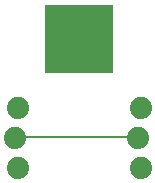
<source format=gbr>
G04 EAGLE Gerber RS-274X export*
G75*
%MOMM*%
%FSLAX34Y34*%
%LPD*%
%INBottom Copper*%
%IPPOS*%
%AMOC8*
5,1,8,0,0,1.08239X$1,22.5*%
G01*
%ADD10C,1.879600*%
%ADD11R,5.842000X5.842000*%
%ADD12C,0.152400*%


D10*
X128270Y72390D03*
X125730Y46990D03*
X128270Y21590D03*
X24130Y72390D03*
X21590Y46990D03*
X24130Y21590D03*
D11*
X76200Y130810D03*
D12*
X124968Y47244D02*
X22860Y47244D01*
X124968Y47244D02*
X125730Y46990D01*
X22860Y47244D02*
X21590Y46990D01*
M02*

</source>
